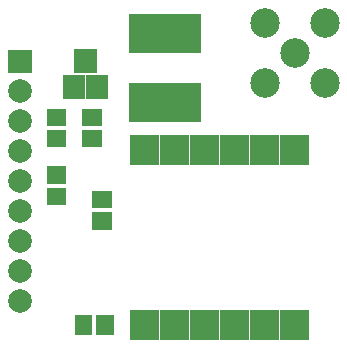
<source format=gbr>
G04 start of page 5 for group -4063 idx -4063 *
G04 Title: Dom32RF, componentmask *
G04 Creator: pcb 4.0.2 *
G04 CreationDate: Tue Feb 12 11:34:35 2019 UTC *
G04 For: walter *
G04 Format: Gerber/RS-274X *
G04 PCB-Dimensions (mil): 1181.10 1181.10 *
G04 PCB-Coordinate-Origin: lower left *
%MOIN*%
%FSLAX25Y25*%
%LNTOPMASK*%
%ADD36C,0.0984*%
%ADD35C,0.0787*%
%ADD34C,0.0001*%
G54D34*G36*
X6142Y102795D02*Y94921D01*
X14016D01*
Y102795D01*
X6142D01*
G37*
G54D35*X10079Y88858D03*
G54D36*X101575Y101654D03*
X91575Y91654D03*
Y111654D03*
X111575Y91654D03*
Y111654D03*
G54D35*X10079Y78858D03*
Y68858D03*
Y58858D03*
Y48858D03*
Y38858D03*
Y28858D03*
Y18858D03*
G54D34*G36*
X56325Y16126D02*X46825D01*
Y6126D01*
X56325D01*
Y16126D01*
G37*
G36*
X66325D02*X56825D01*
Y6126D01*
X66325D01*
Y16126D01*
G37*
G36*
X76325D02*X66825D01*
Y6126D01*
X76325D01*
Y16126D01*
G37*
G36*
X86325D02*X76825D01*
Y6126D01*
X86325D01*
Y16126D01*
G37*
G36*
X96325D02*X86825D01*
Y6126D01*
X96325D01*
Y16126D01*
G37*
G36*
X106325D02*X96825D01*
Y6126D01*
X106325D01*
Y16126D01*
G37*
G36*
Y74488D02*X96825D01*
Y64488D01*
X106325D01*
Y74488D01*
G37*
G36*
X96325D02*X86825D01*
Y64488D01*
X96325D01*
Y74488D01*
G37*
G36*
X86325D02*X76825D01*
Y64488D01*
X86325D01*
Y74488D01*
G37*
G36*
X76325D02*X66825D01*
Y64488D01*
X76325D01*
Y74488D01*
G37*
G36*
X66325D02*X56825D01*
Y64488D01*
X66325D01*
Y74488D01*
G37*
G36*
X46415Y91686D02*Y78786D01*
X70515D01*
Y91686D01*
X46415D01*
G37*
G36*
Y114686D02*Y101786D01*
X70515D01*
Y114686D01*
X46415D01*
G37*
G36*
X56325Y74488D02*X46825D01*
Y64488D01*
X56325D01*
Y74488D01*
G37*
G36*
X18992Y76088D02*Y70370D01*
X25496D01*
Y76088D01*
X18992D01*
G37*
G36*
Y83174D02*Y77456D01*
X25496D01*
Y83174D01*
X18992D01*
G37*
G36*
X30803Y76088D02*Y70370D01*
X37307D01*
Y76088D01*
X30803D01*
G37*
G36*
Y83174D02*Y77456D01*
X37307D01*
Y83174D01*
X30803D01*
G37*
G36*
X31690Y94422D02*X24290D01*
Y86422D01*
X31690D01*
Y94422D01*
G37*
G36*
X39490D02*X32090D01*
Y86422D01*
X39490D01*
Y94422D01*
G37*
G36*
X35590Y103016D02*X28190D01*
Y95016D01*
X35590D01*
Y103016D01*
G37*
G36*
X18992Y56797D02*Y51079D01*
X25496D01*
Y56797D01*
X18992D01*
G37*
G36*
Y63883D02*Y58165D01*
X25496D01*
Y63883D01*
X18992D01*
G37*
G36*
X34150Y55615D02*Y49897D01*
X40654D01*
Y55615D01*
X34150D01*
G37*
G36*
Y48529D02*Y42811D01*
X40654D01*
Y48529D01*
X34150D01*
G37*
G36*
X41244Y14276D02*X35526D01*
Y7772D01*
X41244D01*
Y14276D01*
G37*
G36*
X34158D02*X28440D01*
Y7772D01*
X34158D01*
Y14276D01*
G37*
M02*

</source>
